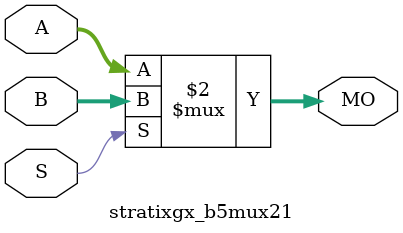
<source format=v>
module stratixgx_b5mux21 (MO, A, B, S);
   input [4:0] A, B;
   input       S;
   output [4:0] MO; 
   assign MO = (S == 1) ? B : A; 
endmodule
</source>
